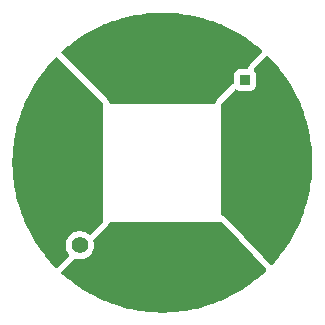
<source format=gbr>
%TF.GenerationSoftware,KiCad,Pcbnew,7.0.7*%
%TF.CreationDate,2024-01-24T10:18:05-05:00*%
%TF.ProjectId,LED_board,4c45445f-626f-4617-9264-2e6b69636164,rev?*%
%TF.SameCoordinates,Original*%
%TF.FileFunction,Copper,L2,Bot*%
%TF.FilePolarity,Positive*%
%FSLAX46Y46*%
G04 Gerber Fmt 4.6, Leading zero omitted, Abs format (unit mm)*
G04 Created by KiCad (PCBNEW 7.0.7) date 2024-01-24 10:18:05*
%MOMM*%
%LPD*%
G01*
G04 APERTURE LIST*
%TA.AperFunction,ComponentPad*%
%ADD10C,1.400000*%
%TD*%
%TA.AperFunction,ComponentPad*%
%ADD11R,0.850000X0.850000*%
%TD*%
%TA.AperFunction,ViaPad*%
%ADD12C,0.800000*%
%TD*%
G04 APERTURE END LIST*
D10*
%TO.P,J1,1,Pin_1*%
%TO.N,/Vin*%
X93000000Y-107000000D03*
%TD*%
D11*
%TO.P,J2,1,Pin_1*%
%TO.N,/GND*%
X107000000Y-93000000D03*
%TD*%
D12*
%TO.N,unconnected-(D3-EXP-Pad3)*%
X99000000Y-111000000D03*
X100000000Y-111000000D03*
X101000000Y-111000000D03*
X101500000Y-112000000D03*
X100500000Y-112000000D03*
X99500000Y-112000000D03*
X98500000Y-112000000D03*
%TO.N,unconnected-(D4-EXP-Pad3)*%
X111000000Y-99000000D03*
X111000000Y-100000000D03*
X111000000Y-101000000D03*
X112000000Y-101500000D03*
X112000000Y-100500000D03*
X112000000Y-99500000D03*
X112000000Y-98500000D03*
%TO.N,unconnected-(D2-EXP-Pad3)*%
X99000000Y-89000000D03*
X100000000Y-89000000D03*
X101000000Y-89000000D03*
X101500000Y-88000000D03*
X100500000Y-88000000D03*
X99500000Y-88000000D03*
X98500000Y-88000000D03*
%TO.N,unconnected-(D1-EXP-Pad3)*%
X89000000Y-99000000D03*
X89000000Y-100000000D03*
X89000000Y-101000000D03*
X88000000Y-101500000D03*
X88000000Y-100500000D03*
X88000000Y-99500000D03*
X88000000Y-98500000D03*
%TD*%
%TA.AperFunction,Conductor*%
%TO.N,unconnected-(D2-EXP-Pad3)*%
G36*
X100640890Y-87318481D02*
G01*
X100783014Y-87326463D01*
X101350925Y-87374365D01*
X101492386Y-87390303D01*
X102056725Y-87469975D01*
X102197090Y-87493824D01*
X102756065Y-87605011D01*
X102894849Y-87636687D01*
X103409401Y-87769417D01*
X103446687Y-87779035D01*
X103583549Y-87818464D01*
X104126516Y-87991524D01*
X104260898Y-88038545D01*
X104793347Y-88241792D01*
X104924887Y-88296277D01*
X105247488Y-88440631D01*
X105445098Y-88529057D01*
X105573378Y-88590832D01*
X106079725Y-88852417D01*
X106204330Y-88921285D01*
X106695206Y-89210845D01*
X106769218Y-89257350D01*
X106815761Y-89286596D01*
X106953029Y-89378315D01*
X107289631Y-89603225D01*
X107405739Y-89685609D01*
X107861098Y-90028301D01*
X107898054Y-90057773D01*
X107972441Y-90117096D01*
X108397384Y-90475927D01*
X108435905Y-90534219D01*
X108436796Y-90604083D01*
X108407533Y-90655809D01*
X107418285Y-91703248D01*
X107356664Y-91783160D01*
X107330640Y-91824955D01*
X107330639Y-91824956D01*
X107286123Y-91915502D01*
X107272776Y-91976858D01*
X107239291Y-92038182D01*
X107177968Y-92071666D01*
X107151610Y-92074500D01*
X106527129Y-92074500D01*
X106527123Y-92074501D01*
X106467516Y-92080908D01*
X106332671Y-92131202D01*
X106332664Y-92131206D01*
X106217455Y-92217452D01*
X106217452Y-92217455D01*
X106131206Y-92332664D01*
X106131202Y-92332671D01*
X106080908Y-92467517D01*
X106074501Y-92527116D01*
X106074500Y-92527135D01*
X106074500Y-93210177D01*
X106054815Y-93277216D01*
X106002011Y-93322971D01*
X105997135Y-93325073D01*
X105907412Y-93361490D01*
X105907411Y-93361490D01*
X105847108Y-93396689D01*
X105847074Y-93396707D01*
X105734397Y-93486190D01*
X104658778Y-94625080D01*
X104658778Y-94625081D01*
X104643470Y-94642876D01*
X104622064Y-94670234D01*
X104622065Y-94670233D01*
X104594934Y-94708431D01*
X104535160Y-94839313D01*
X104524923Y-94874176D01*
X104515477Y-94906347D01*
X104515475Y-94906353D01*
X104515474Y-94906358D01*
X104513716Y-94911630D01*
X104512023Y-94911065D01*
X104481423Y-94964761D01*
X104419501Y-94997126D01*
X104395351Y-94999500D01*
X95607461Y-94999500D01*
X95540422Y-94979815D01*
X95494667Y-94927011D01*
X95491280Y-94918835D01*
X95440335Y-94782251D01*
X95440334Y-94782250D01*
X95440332Y-94782243D01*
X95406847Y-94720920D01*
X95320623Y-94605739D01*
X95320618Y-94605734D01*
X95320613Y-94605728D01*
X91477743Y-90762859D01*
X91444258Y-90701536D01*
X91449242Y-90631844D01*
X91480245Y-90585065D01*
X91485983Y-90579640D01*
X91592151Y-90484764D01*
X92027558Y-90117096D01*
X92052828Y-90096943D01*
X92138896Y-90028305D01*
X92594281Y-89685593D01*
X92710359Y-89603231D01*
X93184243Y-89286592D01*
X93304778Y-89210854D01*
X93795697Y-88921268D01*
X93920252Y-88852429D01*
X94426639Y-88590823D01*
X94554901Y-88529057D01*
X94592852Y-88512074D01*
X95075136Y-88296266D01*
X95206639Y-88241797D01*
X95739118Y-88038539D01*
X95873455Y-87991532D01*
X96416484Y-87818453D01*
X96553296Y-87779039D01*
X97105152Y-87636686D01*
X97243947Y-87605008D01*
X97802922Y-87493821D01*
X97943263Y-87469976D01*
X98507602Y-87390305D01*
X98649047Y-87374368D01*
X99216993Y-87326462D01*
X99359109Y-87318481D01*
X99928790Y-87302498D01*
X100071210Y-87302498D01*
X100640890Y-87318481D01*
G37*
%TD.AperFunction*%
%TD*%
%TA.AperFunction,Conductor*%
%TO.N,unconnected-(D4-EXP-Pad3)*%
G36*
X108907356Y-90968368D02*
G01*
X108955039Y-90998059D01*
X109028849Y-91071869D01*
X109420343Y-91485966D01*
X109515244Y-91592161D01*
X109882903Y-92027558D01*
X109971699Y-92138902D01*
X110023861Y-92208213D01*
X110314388Y-92594257D01*
X110396784Y-92710383D01*
X110713403Y-93184238D01*
X110789159Y-93304801D01*
X111078712Y-93795665D01*
X111113151Y-93857978D01*
X111146927Y-93919091D01*
X111147586Y-93920282D01*
X111150282Y-93925500D01*
X111409164Y-94426616D01*
X111470942Y-94554901D01*
X111703720Y-95075106D01*
X111758206Y-95206648D01*
X111961446Y-95739080D01*
X112008475Y-95873481D01*
X112181534Y-96416447D01*
X112220964Y-96553312D01*
X112363305Y-97105123D01*
X112394993Y-97243955D01*
X112506173Y-97802895D01*
X112530025Y-97943280D01*
X112609691Y-98507583D01*
X112625634Y-98649078D01*
X112673534Y-99216958D01*
X112681518Y-99359132D01*
X112699451Y-99998260D01*
X112699451Y-100001738D01*
X112681518Y-100640867D01*
X112673534Y-100783041D01*
X112625634Y-101350921D01*
X112609691Y-101492416D01*
X112530025Y-102056719D01*
X112506173Y-102197104D01*
X112394993Y-102756044D01*
X112363305Y-102894876D01*
X112220964Y-103446687D01*
X112181534Y-103583552D01*
X112008475Y-104126518D01*
X111961446Y-104260919D01*
X111758206Y-104793351D01*
X111703720Y-104924893D01*
X111470942Y-105445098D01*
X111409164Y-105573383D01*
X111147591Y-106079708D01*
X111078712Y-106204334D01*
X110789159Y-106695198D01*
X110713403Y-106815761D01*
X110396784Y-107289616D01*
X110314388Y-107405742D01*
X109971706Y-107861088D01*
X109882903Y-107972441D01*
X109515244Y-108407838D01*
X109420347Y-108514028D01*
X109307278Y-108633625D01*
X109246918Y-108668816D01*
X109177114Y-108665788D01*
X109127022Y-108633578D01*
X108502615Y-107972441D01*
X105394140Y-104681113D01*
X105371750Y-104660118D01*
X105371745Y-104660113D01*
X105336832Y-104631149D01*
X105336833Y-104631149D01*
X105287360Y-104594934D01*
X105156478Y-104535160D01*
X105089562Y-104515511D01*
X105030784Y-104477736D01*
X105001761Y-104414180D01*
X105000499Y-104396548D01*
X105000499Y-95048769D01*
X105020184Y-94981731D01*
X105034342Y-94963637D01*
X106101902Y-93833279D01*
X106162240Y-93798059D01*
X106232046Y-93801051D01*
X106266359Y-93819157D01*
X106332664Y-93868793D01*
X106332671Y-93868797D01*
X106467517Y-93919091D01*
X106467516Y-93919091D01*
X106474444Y-93919835D01*
X106527127Y-93925500D01*
X107472872Y-93925499D01*
X107532483Y-93919091D01*
X107667331Y-93868796D01*
X107782546Y-93782546D01*
X107868796Y-93667331D01*
X107919091Y-93532483D01*
X107925500Y-93472873D01*
X107925499Y-92527128D01*
X107919091Y-92467517D01*
X107868796Y-92332669D01*
X107868795Y-92332668D01*
X107868793Y-92332664D01*
X107777232Y-92210355D01*
X107780092Y-92208213D01*
X107754770Y-92161840D01*
X107759754Y-92092148D01*
X107785782Y-92050346D01*
X108777213Y-91000595D01*
X108837550Y-90965376D01*
X108907356Y-90968368D01*
G37*
%TD.AperFunction*%
%TD*%
%TA.AperFunction,Conductor*%
%TO.N,unconnected-(D3-EXP-Pad3)*%
G36*
X105014061Y-105020185D02*
G01*
X105037172Y-105039359D01*
X105344291Y-105364544D01*
X108777996Y-109000232D01*
X108809716Y-109062485D01*
X108802743Y-109132006D01*
X108773034Y-109175478D01*
X108514033Y-109420343D01*
X108407838Y-109515244D01*
X107972441Y-109882903D01*
X107861088Y-109971706D01*
X107405742Y-110314388D01*
X107289616Y-110396784D01*
X106815761Y-110713403D01*
X106695198Y-110789159D01*
X106204334Y-111078712D01*
X106079708Y-111147591D01*
X105573383Y-111409164D01*
X105445098Y-111470942D01*
X104924893Y-111703720D01*
X104793351Y-111758206D01*
X104260919Y-111961446D01*
X104126518Y-112008475D01*
X103583552Y-112181534D01*
X103446687Y-112220964D01*
X102894876Y-112363305D01*
X102756044Y-112394993D01*
X102197104Y-112506173D01*
X102056719Y-112530025D01*
X101492416Y-112609691D01*
X101350921Y-112625634D01*
X100783041Y-112673534D01*
X100640867Y-112681518D01*
X100071210Y-112697502D01*
X99928790Y-112697502D01*
X99359132Y-112681518D01*
X99216958Y-112673534D01*
X98649078Y-112625634D01*
X98507583Y-112609691D01*
X97943280Y-112530025D01*
X97802895Y-112506173D01*
X97243955Y-112394993D01*
X97105123Y-112363305D01*
X96553312Y-112220964D01*
X96416447Y-112181534D01*
X95873481Y-112008475D01*
X95739080Y-111961446D01*
X95206648Y-111758206D01*
X95173542Y-111744493D01*
X95075098Y-111703716D01*
X94554901Y-111470942D01*
X94426616Y-111409164D01*
X93920300Y-111147595D01*
X93857978Y-111113151D01*
X93795665Y-111078712D01*
X93304809Y-110789163D01*
X93270566Y-110767647D01*
X93184238Y-110713403D01*
X92710383Y-110396784D01*
X92594257Y-110314388D01*
X92138911Y-109971706D01*
X92027558Y-109882903D01*
X91592161Y-109515244D01*
X91485968Y-109420344D01*
X91483649Y-109418153D01*
X91480238Y-109414928D01*
X91445047Y-109354571D01*
X91448072Y-109284767D01*
X91477744Y-109237140D01*
X92424036Y-108290847D01*
X92424037Y-108290847D01*
X92471899Y-108235494D01*
X92471900Y-108235493D01*
X92471901Y-108235491D01*
X92471905Y-108235487D01*
X92493302Y-108206779D01*
X92493299Y-108206784D01*
X92493305Y-108206775D01*
X92497840Y-108199668D01*
X92550495Y-108153746D01*
X92619622Y-108143580D01*
X92647158Y-108150745D01*
X92670060Y-108159618D01*
X92888757Y-108200500D01*
X92888759Y-108200500D01*
X93111241Y-108200500D01*
X93111243Y-108200500D01*
X93329940Y-108159618D01*
X93537401Y-108079247D01*
X93726562Y-107962124D01*
X93890981Y-107812236D01*
X94025058Y-107634689D01*
X94124229Y-107435528D01*
X94185115Y-107221536D01*
X94205643Y-107000000D01*
X94185115Y-106778464D01*
X94143888Y-106633566D01*
X94144474Y-106563701D01*
X94182741Y-106505243D01*
X94188815Y-106500389D01*
X94290950Y-106423933D01*
X95330197Y-105384687D01*
X95330197Y-105384686D01*
X95330204Y-105384680D01*
X95330204Y-105384679D01*
X95348291Y-105364543D01*
X95348291Y-105364544D01*
X95373420Y-105333360D01*
X95377862Y-105327198D01*
X95405067Y-105289473D01*
X95464838Y-105158596D01*
X95484523Y-105091557D01*
X95484524Y-105091553D01*
X95484524Y-105091552D01*
X95485108Y-105089564D01*
X95522883Y-105030786D01*
X95586439Y-105001762D01*
X95604085Y-105000500D01*
X104947022Y-105000500D01*
X105014061Y-105020185D01*
G37*
%TD.AperFunction*%
%TD*%
%TA.AperFunction,Conductor*%
%TO.N,unconnected-(D1-EXP-Pad3)*%
G36*
X91062649Y-91080602D02*
G01*
X91110272Y-91110272D01*
X94963181Y-94963181D01*
X94996666Y-95024504D01*
X94999500Y-95050862D01*
X94999500Y-104949137D01*
X94979815Y-105016176D01*
X94963181Y-105036818D01*
X93933508Y-106066490D01*
X93872185Y-106099975D01*
X93802493Y-106094991D01*
X93762290Y-106070446D01*
X93726562Y-106037876D01*
X93726555Y-106037872D01*
X93726553Y-106037870D01*
X93537404Y-105920754D01*
X93537398Y-105920752D01*
X93329940Y-105840382D01*
X93111243Y-105799500D01*
X92888757Y-105799500D01*
X92670060Y-105840382D01*
X92538864Y-105891207D01*
X92462601Y-105920752D01*
X92462595Y-105920754D01*
X92273439Y-106037874D01*
X92273437Y-106037876D01*
X92109020Y-106187761D01*
X91974943Y-106365308D01*
X91974938Y-106365316D01*
X91875775Y-106564461D01*
X91875769Y-106564476D01*
X91814885Y-106778462D01*
X91814884Y-106778464D01*
X91794357Y-106999999D01*
X91794357Y-107000000D01*
X91814884Y-107221535D01*
X91814885Y-107221537D01*
X91875769Y-107435523D01*
X91875775Y-107435538D01*
X91974938Y-107634683D01*
X91974943Y-107634691D01*
X92077872Y-107770991D01*
X92102564Y-107836353D01*
X92087999Y-107904687D01*
X92066599Y-107933399D01*
X91110272Y-108889727D01*
X91048949Y-108923212D01*
X90979258Y-108918228D01*
X90932485Y-108887233D01*
X90579656Y-108514033D01*
X90484755Y-108407838D01*
X90117096Y-107972441D01*
X90057773Y-107898054D01*
X90028301Y-107861098D01*
X89685609Y-107405739D01*
X89603215Y-107289616D01*
X89286596Y-106815761D01*
X89257350Y-106769218D01*
X89210845Y-106695206D01*
X88921285Y-106204330D01*
X88852417Y-106079725D01*
X88590832Y-105573378D01*
X88529057Y-105445098D01*
X88440631Y-105247488D01*
X88296277Y-104924887D01*
X88241787Y-104793335D01*
X88038545Y-104260898D01*
X87991524Y-104126516D01*
X87818464Y-103583549D01*
X87779035Y-103446687D01*
X87636694Y-102894876D01*
X87605011Y-102756065D01*
X87493824Y-102197090D01*
X87469975Y-102056725D01*
X87390307Y-101492409D01*
X87374365Y-101350925D01*
X87326463Y-100783014D01*
X87318481Y-100640890D01*
X87302498Y-100071210D01*
X87302498Y-99928789D01*
X87318481Y-99359132D01*
X87326462Y-99216993D01*
X87374368Y-98649047D01*
X87390305Y-98507602D01*
X87469976Y-97943263D01*
X87493821Y-97802922D01*
X87605008Y-97243947D01*
X87636686Y-97105152D01*
X87779036Y-96553305D01*
X87818465Y-96416447D01*
X87991532Y-95873455D01*
X88038539Y-95739118D01*
X88241797Y-95206639D01*
X88296266Y-95075136D01*
X88529057Y-94554901D01*
X88543772Y-94524343D01*
X88590823Y-94426639D01*
X88852429Y-93920252D01*
X88921268Y-93795697D01*
X89210854Y-93304778D01*
X89286590Y-93184247D01*
X89603231Y-92710359D01*
X89685593Y-92594281D01*
X90028305Y-92138896D01*
X90117096Y-92027558D01*
X90205841Y-91922462D01*
X90484764Y-91592151D01*
X90579646Y-91485977D01*
X90932487Y-91112764D01*
X90992845Y-91077574D01*
X91062649Y-91080602D01*
G37*
%TD.AperFunction*%
%TD*%
M02*

</source>
